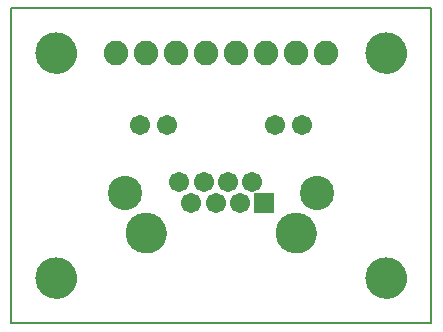
<source format=gts>
G75*
%MOIN*%
%OFA0B0*%
%FSLAX25Y25*%
%IPPOS*%
%LPD*%
%AMOC8*
5,1,8,0,0,1.08239X$1,22.5*
%
%ADD10C,0.00600*%
%ADD11R,0.06737X0.06737*%
%ADD12C,0.06737*%
%ADD13C,0.00000*%
%ADD14C,0.13595*%
%ADD15C,0.11430*%
%ADD16C,0.13800*%
%ADD17C,0.08200*%
D10*
X0001300Y0001300D02*
X0001300Y0106300D01*
X0141300Y0106300D01*
X0141300Y0001300D01*
X0001300Y0001300D01*
D11*
X0085394Y0041300D03*
D12*
X0077363Y0041300D03*
X0069331Y0041300D03*
X0061300Y0041300D03*
X0057284Y0048308D03*
X0065316Y0048308D03*
X0073347Y0048308D03*
X0081379Y0048308D03*
X0089292Y0067284D03*
X0098308Y0067284D03*
X0053308Y0067284D03*
X0044292Y0067284D03*
D13*
X0009800Y0091300D02*
X0009802Y0091461D01*
X0009808Y0091621D01*
X0009818Y0091782D01*
X0009832Y0091942D01*
X0009850Y0092102D01*
X0009871Y0092261D01*
X0009897Y0092420D01*
X0009927Y0092578D01*
X0009960Y0092735D01*
X0009998Y0092892D01*
X0010039Y0093047D01*
X0010084Y0093201D01*
X0010133Y0093354D01*
X0010186Y0093506D01*
X0010242Y0093657D01*
X0010303Y0093806D01*
X0010366Y0093954D01*
X0010434Y0094100D01*
X0010505Y0094244D01*
X0010579Y0094386D01*
X0010657Y0094527D01*
X0010739Y0094665D01*
X0010824Y0094802D01*
X0010912Y0094936D01*
X0011004Y0095068D01*
X0011099Y0095198D01*
X0011197Y0095326D01*
X0011298Y0095451D01*
X0011402Y0095573D01*
X0011509Y0095693D01*
X0011619Y0095810D01*
X0011732Y0095925D01*
X0011848Y0096036D01*
X0011967Y0096145D01*
X0012088Y0096250D01*
X0012212Y0096353D01*
X0012338Y0096453D01*
X0012466Y0096549D01*
X0012597Y0096642D01*
X0012731Y0096732D01*
X0012866Y0096819D01*
X0013004Y0096902D01*
X0013143Y0096982D01*
X0013285Y0097058D01*
X0013428Y0097131D01*
X0013573Y0097200D01*
X0013720Y0097266D01*
X0013868Y0097328D01*
X0014018Y0097386D01*
X0014169Y0097441D01*
X0014322Y0097492D01*
X0014476Y0097539D01*
X0014631Y0097582D01*
X0014787Y0097621D01*
X0014943Y0097657D01*
X0015101Y0097688D01*
X0015259Y0097716D01*
X0015418Y0097740D01*
X0015578Y0097760D01*
X0015738Y0097776D01*
X0015898Y0097788D01*
X0016059Y0097796D01*
X0016220Y0097800D01*
X0016380Y0097800D01*
X0016541Y0097796D01*
X0016702Y0097788D01*
X0016862Y0097776D01*
X0017022Y0097760D01*
X0017182Y0097740D01*
X0017341Y0097716D01*
X0017499Y0097688D01*
X0017657Y0097657D01*
X0017813Y0097621D01*
X0017969Y0097582D01*
X0018124Y0097539D01*
X0018278Y0097492D01*
X0018431Y0097441D01*
X0018582Y0097386D01*
X0018732Y0097328D01*
X0018880Y0097266D01*
X0019027Y0097200D01*
X0019172Y0097131D01*
X0019315Y0097058D01*
X0019457Y0096982D01*
X0019596Y0096902D01*
X0019734Y0096819D01*
X0019869Y0096732D01*
X0020003Y0096642D01*
X0020134Y0096549D01*
X0020262Y0096453D01*
X0020388Y0096353D01*
X0020512Y0096250D01*
X0020633Y0096145D01*
X0020752Y0096036D01*
X0020868Y0095925D01*
X0020981Y0095810D01*
X0021091Y0095693D01*
X0021198Y0095573D01*
X0021302Y0095451D01*
X0021403Y0095326D01*
X0021501Y0095198D01*
X0021596Y0095068D01*
X0021688Y0094936D01*
X0021776Y0094802D01*
X0021861Y0094665D01*
X0021943Y0094527D01*
X0022021Y0094386D01*
X0022095Y0094244D01*
X0022166Y0094100D01*
X0022234Y0093954D01*
X0022297Y0093806D01*
X0022358Y0093657D01*
X0022414Y0093506D01*
X0022467Y0093354D01*
X0022516Y0093201D01*
X0022561Y0093047D01*
X0022602Y0092892D01*
X0022640Y0092735D01*
X0022673Y0092578D01*
X0022703Y0092420D01*
X0022729Y0092261D01*
X0022750Y0092102D01*
X0022768Y0091942D01*
X0022782Y0091782D01*
X0022792Y0091621D01*
X0022798Y0091461D01*
X0022800Y0091300D01*
X0022798Y0091139D01*
X0022792Y0090979D01*
X0022782Y0090818D01*
X0022768Y0090658D01*
X0022750Y0090498D01*
X0022729Y0090339D01*
X0022703Y0090180D01*
X0022673Y0090022D01*
X0022640Y0089865D01*
X0022602Y0089708D01*
X0022561Y0089553D01*
X0022516Y0089399D01*
X0022467Y0089246D01*
X0022414Y0089094D01*
X0022358Y0088943D01*
X0022297Y0088794D01*
X0022234Y0088646D01*
X0022166Y0088500D01*
X0022095Y0088356D01*
X0022021Y0088214D01*
X0021943Y0088073D01*
X0021861Y0087935D01*
X0021776Y0087798D01*
X0021688Y0087664D01*
X0021596Y0087532D01*
X0021501Y0087402D01*
X0021403Y0087274D01*
X0021302Y0087149D01*
X0021198Y0087027D01*
X0021091Y0086907D01*
X0020981Y0086790D01*
X0020868Y0086675D01*
X0020752Y0086564D01*
X0020633Y0086455D01*
X0020512Y0086350D01*
X0020388Y0086247D01*
X0020262Y0086147D01*
X0020134Y0086051D01*
X0020003Y0085958D01*
X0019869Y0085868D01*
X0019734Y0085781D01*
X0019596Y0085698D01*
X0019457Y0085618D01*
X0019315Y0085542D01*
X0019172Y0085469D01*
X0019027Y0085400D01*
X0018880Y0085334D01*
X0018732Y0085272D01*
X0018582Y0085214D01*
X0018431Y0085159D01*
X0018278Y0085108D01*
X0018124Y0085061D01*
X0017969Y0085018D01*
X0017813Y0084979D01*
X0017657Y0084943D01*
X0017499Y0084912D01*
X0017341Y0084884D01*
X0017182Y0084860D01*
X0017022Y0084840D01*
X0016862Y0084824D01*
X0016702Y0084812D01*
X0016541Y0084804D01*
X0016380Y0084800D01*
X0016220Y0084800D01*
X0016059Y0084804D01*
X0015898Y0084812D01*
X0015738Y0084824D01*
X0015578Y0084840D01*
X0015418Y0084860D01*
X0015259Y0084884D01*
X0015101Y0084912D01*
X0014943Y0084943D01*
X0014787Y0084979D01*
X0014631Y0085018D01*
X0014476Y0085061D01*
X0014322Y0085108D01*
X0014169Y0085159D01*
X0014018Y0085214D01*
X0013868Y0085272D01*
X0013720Y0085334D01*
X0013573Y0085400D01*
X0013428Y0085469D01*
X0013285Y0085542D01*
X0013143Y0085618D01*
X0013004Y0085698D01*
X0012866Y0085781D01*
X0012731Y0085868D01*
X0012597Y0085958D01*
X0012466Y0086051D01*
X0012338Y0086147D01*
X0012212Y0086247D01*
X0012088Y0086350D01*
X0011967Y0086455D01*
X0011848Y0086564D01*
X0011732Y0086675D01*
X0011619Y0086790D01*
X0011509Y0086907D01*
X0011402Y0087027D01*
X0011298Y0087149D01*
X0011197Y0087274D01*
X0011099Y0087402D01*
X0011004Y0087532D01*
X0010912Y0087664D01*
X0010824Y0087798D01*
X0010739Y0087935D01*
X0010657Y0088073D01*
X0010579Y0088214D01*
X0010505Y0088356D01*
X0010434Y0088500D01*
X0010366Y0088646D01*
X0010303Y0088794D01*
X0010242Y0088943D01*
X0010186Y0089094D01*
X0010133Y0089246D01*
X0010084Y0089399D01*
X0010039Y0089553D01*
X0009998Y0089708D01*
X0009960Y0089865D01*
X0009927Y0090022D01*
X0009897Y0090180D01*
X0009871Y0090339D01*
X0009850Y0090498D01*
X0009832Y0090658D01*
X0009818Y0090818D01*
X0009808Y0090979D01*
X0009802Y0091139D01*
X0009800Y0091300D01*
X0039902Y0031300D02*
X0039904Y0031460D01*
X0039910Y0031619D01*
X0039920Y0031778D01*
X0039934Y0031937D01*
X0039952Y0032096D01*
X0039973Y0032254D01*
X0039999Y0032411D01*
X0040029Y0032568D01*
X0040062Y0032724D01*
X0040100Y0032879D01*
X0040141Y0033033D01*
X0040186Y0033186D01*
X0040235Y0033338D01*
X0040288Y0033488D01*
X0040344Y0033637D01*
X0040404Y0033785D01*
X0040468Y0033931D01*
X0040536Y0034076D01*
X0040607Y0034219D01*
X0040681Y0034360D01*
X0040759Y0034499D01*
X0040841Y0034636D01*
X0040926Y0034771D01*
X0041014Y0034904D01*
X0041105Y0035035D01*
X0041200Y0035163D01*
X0041298Y0035289D01*
X0041399Y0035413D01*
X0041503Y0035533D01*
X0041610Y0035652D01*
X0041720Y0035767D01*
X0041833Y0035880D01*
X0041948Y0035990D01*
X0042067Y0036097D01*
X0042187Y0036201D01*
X0042311Y0036302D01*
X0042437Y0036400D01*
X0042565Y0036495D01*
X0042696Y0036586D01*
X0042829Y0036674D01*
X0042964Y0036759D01*
X0043101Y0036841D01*
X0043240Y0036919D01*
X0043381Y0036993D01*
X0043524Y0037064D01*
X0043669Y0037132D01*
X0043815Y0037196D01*
X0043963Y0037256D01*
X0044112Y0037312D01*
X0044262Y0037365D01*
X0044414Y0037414D01*
X0044567Y0037459D01*
X0044721Y0037500D01*
X0044876Y0037538D01*
X0045032Y0037571D01*
X0045189Y0037601D01*
X0045346Y0037627D01*
X0045504Y0037648D01*
X0045663Y0037666D01*
X0045822Y0037680D01*
X0045981Y0037690D01*
X0046140Y0037696D01*
X0046300Y0037698D01*
X0046460Y0037696D01*
X0046619Y0037690D01*
X0046778Y0037680D01*
X0046937Y0037666D01*
X0047096Y0037648D01*
X0047254Y0037627D01*
X0047411Y0037601D01*
X0047568Y0037571D01*
X0047724Y0037538D01*
X0047879Y0037500D01*
X0048033Y0037459D01*
X0048186Y0037414D01*
X0048338Y0037365D01*
X0048488Y0037312D01*
X0048637Y0037256D01*
X0048785Y0037196D01*
X0048931Y0037132D01*
X0049076Y0037064D01*
X0049219Y0036993D01*
X0049360Y0036919D01*
X0049499Y0036841D01*
X0049636Y0036759D01*
X0049771Y0036674D01*
X0049904Y0036586D01*
X0050035Y0036495D01*
X0050163Y0036400D01*
X0050289Y0036302D01*
X0050413Y0036201D01*
X0050533Y0036097D01*
X0050652Y0035990D01*
X0050767Y0035880D01*
X0050880Y0035767D01*
X0050990Y0035652D01*
X0051097Y0035533D01*
X0051201Y0035413D01*
X0051302Y0035289D01*
X0051400Y0035163D01*
X0051495Y0035035D01*
X0051586Y0034904D01*
X0051674Y0034771D01*
X0051759Y0034636D01*
X0051841Y0034499D01*
X0051919Y0034360D01*
X0051993Y0034219D01*
X0052064Y0034076D01*
X0052132Y0033931D01*
X0052196Y0033785D01*
X0052256Y0033637D01*
X0052312Y0033488D01*
X0052365Y0033338D01*
X0052414Y0033186D01*
X0052459Y0033033D01*
X0052500Y0032879D01*
X0052538Y0032724D01*
X0052571Y0032568D01*
X0052601Y0032411D01*
X0052627Y0032254D01*
X0052648Y0032096D01*
X0052666Y0031937D01*
X0052680Y0031778D01*
X0052690Y0031619D01*
X0052696Y0031460D01*
X0052698Y0031300D01*
X0052696Y0031140D01*
X0052690Y0030981D01*
X0052680Y0030822D01*
X0052666Y0030663D01*
X0052648Y0030504D01*
X0052627Y0030346D01*
X0052601Y0030189D01*
X0052571Y0030032D01*
X0052538Y0029876D01*
X0052500Y0029721D01*
X0052459Y0029567D01*
X0052414Y0029414D01*
X0052365Y0029262D01*
X0052312Y0029112D01*
X0052256Y0028963D01*
X0052196Y0028815D01*
X0052132Y0028669D01*
X0052064Y0028524D01*
X0051993Y0028381D01*
X0051919Y0028240D01*
X0051841Y0028101D01*
X0051759Y0027964D01*
X0051674Y0027829D01*
X0051586Y0027696D01*
X0051495Y0027565D01*
X0051400Y0027437D01*
X0051302Y0027311D01*
X0051201Y0027187D01*
X0051097Y0027067D01*
X0050990Y0026948D01*
X0050880Y0026833D01*
X0050767Y0026720D01*
X0050652Y0026610D01*
X0050533Y0026503D01*
X0050413Y0026399D01*
X0050289Y0026298D01*
X0050163Y0026200D01*
X0050035Y0026105D01*
X0049904Y0026014D01*
X0049771Y0025926D01*
X0049636Y0025841D01*
X0049499Y0025759D01*
X0049360Y0025681D01*
X0049219Y0025607D01*
X0049076Y0025536D01*
X0048931Y0025468D01*
X0048785Y0025404D01*
X0048637Y0025344D01*
X0048488Y0025288D01*
X0048338Y0025235D01*
X0048186Y0025186D01*
X0048033Y0025141D01*
X0047879Y0025100D01*
X0047724Y0025062D01*
X0047568Y0025029D01*
X0047411Y0024999D01*
X0047254Y0024973D01*
X0047096Y0024952D01*
X0046937Y0024934D01*
X0046778Y0024920D01*
X0046619Y0024910D01*
X0046460Y0024904D01*
X0046300Y0024902D01*
X0046140Y0024904D01*
X0045981Y0024910D01*
X0045822Y0024920D01*
X0045663Y0024934D01*
X0045504Y0024952D01*
X0045346Y0024973D01*
X0045189Y0024999D01*
X0045032Y0025029D01*
X0044876Y0025062D01*
X0044721Y0025100D01*
X0044567Y0025141D01*
X0044414Y0025186D01*
X0044262Y0025235D01*
X0044112Y0025288D01*
X0043963Y0025344D01*
X0043815Y0025404D01*
X0043669Y0025468D01*
X0043524Y0025536D01*
X0043381Y0025607D01*
X0043240Y0025681D01*
X0043101Y0025759D01*
X0042964Y0025841D01*
X0042829Y0025926D01*
X0042696Y0026014D01*
X0042565Y0026105D01*
X0042437Y0026200D01*
X0042311Y0026298D01*
X0042187Y0026399D01*
X0042067Y0026503D01*
X0041948Y0026610D01*
X0041833Y0026720D01*
X0041720Y0026833D01*
X0041610Y0026948D01*
X0041503Y0027067D01*
X0041399Y0027187D01*
X0041298Y0027311D01*
X0041200Y0027437D01*
X0041105Y0027565D01*
X0041014Y0027696D01*
X0040926Y0027829D01*
X0040841Y0027964D01*
X0040759Y0028101D01*
X0040681Y0028240D01*
X0040607Y0028381D01*
X0040536Y0028524D01*
X0040468Y0028669D01*
X0040404Y0028815D01*
X0040344Y0028963D01*
X0040288Y0029112D01*
X0040235Y0029262D01*
X0040186Y0029414D01*
X0040141Y0029567D01*
X0040100Y0029721D01*
X0040062Y0029876D01*
X0040029Y0030032D01*
X0039999Y0030189D01*
X0039973Y0030346D01*
X0039952Y0030504D01*
X0039934Y0030663D01*
X0039920Y0030822D01*
X0039910Y0030981D01*
X0039904Y0031140D01*
X0039902Y0031300D01*
X0009800Y0016300D02*
X0009802Y0016461D01*
X0009808Y0016621D01*
X0009818Y0016782D01*
X0009832Y0016942D01*
X0009850Y0017102D01*
X0009871Y0017261D01*
X0009897Y0017420D01*
X0009927Y0017578D01*
X0009960Y0017735D01*
X0009998Y0017892D01*
X0010039Y0018047D01*
X0010084Y0018201D01*
X0010133Y0018354D01*
X0010186Y0018506D01*
X0010242Y0018657D01*
X0010303Y0018806D01*
X0010366Y0018954D01*
X0010434Y0019100D01*
X0010505Y0019244D01*
X0010579Y0019386D01*
X0010657Y0019527D01*
X0010739Y0019665D01*
X0010824Y0019802D01*
X0010912Y0019936D01*
X0011004Y0020068D01*
X0011099Y0020198D01*
X0011197Y0020326D01*
X0011298Y0020451D01*
X0011402Y0020573D01*
X0011509Y0020693D01*
X0011619Y0020810D01*
X0011732Y0020925D01*
X0011848Y0021036D01*
X0011967Y0021145D01*
X0012088Y0021250D01*
X0012212Y0021353D01*
X0012338Y0021453D01*
X0012466Y0021549D01*
X0012597Y0021642D01*
X0012731Y0021732D01*
X0012866Y0021819D01*
X0013004Y0021902D01*
X0013143Y0021982D01*
X0013285Y0022058D01*
X0013428Y0022131D01*
X0013573Y0022200D01*
X0013720Y0022266D01*
X0013868Y0022328D01*
X0014018Y0022386D01*
X0014169Y0022441D01*
X0014322Y0022492D01*
X0014476Y0022539D01*
X0014631Y0022582D01*
X0014787Y0022621D01*
X0014943Y0022657D01*
X0015101Y0022688D01*
X0015259Y0022716D01*
X0015418Y0022740D01*
X0015578Y0022760D01*
X0015738Y0022776D01*
X0015898Y0022788D01*
X0016059Y0022796D01*
X0016220Y0022800D01*
X0016380Y0022800D01*
X0016541Y0022796D01*
X0016702Y0022788D01*
X0016862Y0022776D01*
X0017022Y0022760D01*
X0017182Y0022740D01*
X0017341Y0022716D01*
X0017499Y0022688D01*
X0017657Y0022657D01*
X0017813Y0022621D01*
X0017969Y0022582D01*
X0018124Y0022539D01*
X0018278Y0022492D01*
X0018431Y0022441D01*
X0018582Y0022386D01*
X0018732Y0022328D01*
X0018880Y0022266D01*
X0019027Y0022200D01*
X0019172Y0022131D01*
X0019315Y0022058D01*
X0019457Y0021982D01*
X0019596Y0021902D01*
X0019734Y0021819D01*
X0019869Y0021732D01*
X0020003Y0021642D01*
X0020134Y0021549D01*
X0020262Y0021453D01*
X0020388Y0021353D01*
X0020512Y0021250D01*
X0020633Y0021145D01*
X0020752Y0021036D01*
X0020868Y0020925D01*
X0020981Y0020810D01*
X0021091Y0020693D01*
X0021198Y0020573D01*
X0021302Y0020451D01*
X0021403Y0020326D01*
X0021501Y0020198D01*
X0021596Y0020068D01*
X0021688Y0019936D01*
X0021776Y0019802D01*
X0021861Y0019665D01*
X0021943Y0019527D01*
X0022021Y0019386D01*
X0022095Y0019244D01*
X0022166Y0019100D01*
X0022234Y0018954D01*
X0022297Y0018806D01*
X0022358Y0018657D01*
X0022414Y0018506D01*
X0022467Y0018354D01*
X0022516Y0018201D01*
X0022561Y0018047D01*
X0022602Y0017892D01*
X0022640Y0017735D01*
X0022673Y0017578D01*
X0022703Y0017420D01*
X0022729Y0017261D01*
X0022750Y0017102D01*
X0022768Y0016942D01*
X0022782Y0016782D01*
X0022792Y0016621D01*
X0022798Y0016461D01*
X0022800Y0016300D01*
X0022798Y0016139D01*
X0022792Y0015979D01*
X0022782Y0015818D01*
X0022768Y0015658D01*
X0022750Y0015498D01*
X0022729Y0015339D01*
X0022703Y0015180D01*
X0022673Y0015022D01*
X0022640Y0014865D01*
X0022602Y0014708D01*
X0022561Y0014553D01*
X0022516Y0014399D01*
X0022467Y0014246D01*
X0022414Y0014094D01*
X0022358Y0013943D01*
X0022297Y0013794D01*
X0022234Y0013646D01*
X0022166Y0013500D01*
X0022095Y0013356D01*
X0022021Y0013214D01*
X0021943Y0013073D01*
X0021861Y0012935D01*
X0021776Y0012798D01*
X0021688Y0012664D01*
X0021596Y0012532D01*
X0021501Y0012402D01*
X0021403Y0012274D01*
X0021302Y0012149D01*
X0021198Y0012027D01*
X0021091Y0011907D01*
X0020981Y0011790D01*
X0020868Y0011675D01*
X0020752Y0011564D01*
X0020633Y0011455D01*
X0020512Y0011350D01*
X0020388Y0011247D01*
X0020262Y0011147D01*
X0020134Y0011051D01*
X0020003Y0010958D01*
X0019869Y0010868D01*
X0019734Y0010781D01*
X0019596Y0010698D01*
X0019457Y0010618D01*
X0019315Y0010542D01*
X0019172Y0010469D01*
X0019027Y0010400D01*
X0018880Y0010334D01*
X0018732Y0010272D01*
X0018582Y0010214D01*
X0018431Y0010159D01*
X0018278Y0010108D01*
X0018124Y0010061D01*
X0017969Y0010018D01*
X0017813Y0009979D01*
X0017657Y0009943D01*
X0017499Y0009912D01*
X0017341Y0009884D01*
X0017182Y0009860D01*
X0017022Y0009840D01*
X0016862Y0009824D01*
X0016702Y0009812D01*
X0016541Y0009804D01*
X0016380Y0009800D01*
X0016220Y0009800D01*
X0016059Y0009804D01*
X0015898Y0009812D01*
X0015738Y0009824D01*
X0015578Y0009840D01*
X0015418Y0009860D01*
X0015259Y0009884D01*
X0015101Y0009912D01*
X0014943Y0009943D01*
X0014787Y0009979D01*
X0014631Y0010018D01*
X0014476Y0010061D01*
X0014322Y0010108D01*
X0014169Y0010159D01*
X0014018Y0010214D01*
X0013868Y0010272D01*
X0013720Y0010334D01*
X0013573Y0010400D01*
X0013428Y0010469D01*
X0013285Y0010542D01*
X0013143Y0010618D01*
X0013004Y0010698D01*
X0012866Y0010781D01*
X0012731Y0010868D01*
X0012597Y0010958D01*
X0012466Y0011051D01*
X0012338Y0011147D01*
X0012212Y0011247D01*
X0012088Y0011350D01*
X0011967Y0011455D01*
X0011848Y0011564D01*
X0011732Y0011675D01*
X0011619Y0011790D01*
X0011509Y0011907D01*
X0011402Y0012027D01*
X0011298Y0012149D01*
X0011197Y0012274D01*
X0011099Y0012402D01*
X0011004Y0012532D01*
X0010912Y0012664D01*
X0010824Y0012798D01*
X0010739Y0012935D01*
X0010657Y0013073D01*
X0010579Y0013214D01*
X0010505Y0013356D01*
X0010434Y0013500D01*
X0010366Y0013646D01*
X0010303Y0013794D01*
X0010242Y0013943D01*
X0010186Y0014094D01*
X0010133Y0014246D01*
X0010084Y0014399D01*
X0010039Y0014553D01*
X0009998Y0014708D01*
X0009960Y0014865D01*
X0009927Y0015022D01*
X0009897Y0015180D01*
X0009871Y0015339D01*
X0009850Y0015498D01*
X0009832Y0015658D01*
X0009818Y0015818D01*
X0009808Y0015979D01*
X0009802Y0016139D01*
X0009800Y0016300D01*
X0089902Y0031300D02*
X0089904Y0031460D01*
X0089910Y0031619D01*
X0089920Y0031778D01*
X0089934Y0031937D01*
X0089952Y0032096D01*
X0089973Y0032254D01*
X0089999Y0032411D01*
X0090029Y0032568D01*
X0090062Y0032724D01*
X0090100Y0032879D01*
X0090141Y0033033D01*
X0090186Y0033186D01*
X0090235Y0033338D01*
X0090288Y0033488D01*
X0090344Y0033637D01*
X0090404Y0033785D01*
X0090468Y0033931D01*
X0090536Y0034076D01*
X0090607Y0034219D01*
X0090681Y0034360D01*
X0090759Y0034499D01*
X0090841Y0034636D01*
X0090926Y0034771D01*
X0091014Y0034904D01*
X0091105Y0035035D01*
X0091200Y0035163D01*
X0091298Y0035289D01*
X0091399Y0035413D01*
X0091503Y0035533D01*
X0091610Y0035652D01*
X0091720Y0035767D01*
X0091833Y0035880D01*
X0091948Y0035990D01*
X0092067Y0036097D01*
X0092187Y0036201D01*
X0092311Y0036302D01*
X0092437Y0036400D01*
X0092565Y0036495D01*
X0092696Y0036586D01*
X0092829Y0036674D01*
X0092964Y0036759D01*
X0093101Y0036841D01*
X0093240Y0036919D01*
X0093381Y0036993D01*
X0093524Y0037064D01*
X0093669Y0037132D01*
X0093815Y0037196D01*
X0093963Y0037256D01*
X0094112Y0037312D01*
X0094262Y0037365D01*
X0094414Y0037414D01*
X0094567Y0037459D01*
X0094721Y0037500D01*
X0094876Y0037538D01*
X0095032Y0037571D01*
X0095189Y0037601D01*
X0095346Y0037627D01*
X0095504Y0037648D01*
X0095663Y0037666D01*
X0095822Y0037680D01*
X0095981Y0037690D01*
X0096140Y0037696D01*
X0096300Y0037698D01*
X0096460Y0037696D01*
X0096619Y0037690D01*
X0096778Y0037680D01*
X0096937Y0037666D01*
X0097096Y0037648D01*
X0097254Y0037627D01*
X0097411Y0037601D01*
X0097568Y0037571D01*
X0097724Y0037538D01*
X0097879Y0037500D01*
X0098033Y0037459D01*
X0098186Y0037414D01*
X0098338Y0037365D01*
X0098488Y0037312D01*
X0098637Y0037256D01*
X0098785Y0037196D01*
X0098931Y0037132D01*
X0099076Y0037064D01*
X0099219Y0036993D01*
X0099360Y0036919D01*
X0099499Y0036841D01*
X0099636Y0036759D01*
X0099771Y0036674D01*
X0099904Y0036586D01*
X0100035Y0036495D01*
X0100163Y0036400D01*
X0100289Y0036302D01*
X0100413Y0036201D01*
X0100533Y0036097D01*
X0100652Y0035990D01*
X0100767Y0035880D01*
X0100880Y0035767D01*
X0100990Y0035652D01*
X0101097Y0035533D01*
X0101201Y0035413D01*
X0101302Y0035289D01*
X0101400Y0035163D01*
X0101495Y0035035D01*
X0101586Y0034904D01*
X0101674Y0034771D01*
X0101759Y0034636D01*
X0101841Y0034499D01*
X0101919Y0034360D01*
X0101993Y0034219D01*
X0102064Y0034076D01*
X0102132Y0033931D01*
X0102196Y0033785D01*
X0102256Y0033637D01*
X0102312Y0033488D01*
X0102365Y0033338D01*
X0102414Y0033186D01*
X0102459Y0033033D01*
X0102500Y0032879D01*
X0102538Y0032724D01*
X0102571Y0032568D01*
X0102601Y0032411D01*
X0102627Y0032254D01*
X0102648Y0032096D01*
X0102666Y0031937D01*
X0102680Y0031778D01*
X0102690Y0031619D01*
X0102696Y0031460D01*
X0102698Y0031300D01*
X0102696Y0031140D01*
X0102690Y0030981D01*
X0102680Y0030822D01*
X0102666Y0030663D01*
X0102648Y0030504D01*
X0102627Y0030346D01*
X0102601Y0030189D01*
X0102571Y0030032D01*
X0102538Y0029876D01*
X0102500Y0029721D01*
X0102459Y0029567D01*
X0102414Y0029414D01*
X0102365Y0029262D01*
X0102312Y0029112D01*
X0102256Y0028963D01*
X0102196Y0028815D01*
X0102132Y0028669D01*
X0102064Y0028524D01*
X0101993Y0028381D01*
X0101919Y0028240D01*
X0101841Y0028101D01*
X0101759Y0027964D01*
X0101674Y0027829D01*
X0101586Y0027696D01*
X0101495Y0027565D01*
X0101400Y0027437D01*
X0101302Y0027311D01*
X0101201Y0027187D01*
X0101097Y0027067D01*
X0100990Y0026948D01*
X0100880Y0026833D01*
X0100767Y0026720D01*
X0100652Y0026610D01*
X0100533Y0026503D01*
X0100413Y0026399D01*
X0100289Y0026298D01*
X0100163Y0026200D01*
X0100035Y0026105D01*
X0099904Y0026014D01*
X0099771Y0025926D01*
X0099636Y0025841D01*
X0099499Y0025759D01*
X0099360Y0025681D01*
X0099219Y0025607D01*
X0099076Y0025536D01*
X0098931Y0025468D01*
X0098785Y0025404D01*
X0098637Y0025344D01*
X0098488Y0025288D01*
X0098338Y0025235D01*
X0098186Y0025186D01*
X0098033Y0025141D01*
X0097879Y0025100D01*
X0097724Y0025062D01*
X0097568Y0025029D01*
X0097411Y0024999D01*
X0097254Y0024973D01*
X0097096Y0024952D01*
X0096937Y0024934D01*
X0096778Y0024920D01*
X0096619Y0024910D01*
X0096460Y0024904D01*
X0096300Y0024902D01*
X0096140Y0024904D01*
X0095981Y0024910D01*
X0095822Y0024920D01*
X0095663Y0024934D01*
X0095504Y0024952D01*
X0095346Y0024973D01*
X0095189Y0024999D01*
X0095032Y0025029D01*
X0094876Y0025062D01*
X0094721Y0025100D01*
X0094567Y0025141D01*
X0094414Y0025186D01*
X0094262Y0025235D01*
X0094112Y0025288D01*
X0093963Y0025344D01*
X0093815Y0025404D01*
X0093669Y0025468D01*
X0093524Y0025536D01*
X0093381Y0025607D01*
X0093240Y0025681D01*
X0093101Y0025759D01*
X0092964Y0025841D01*
X0092829Y0025926D01*
X0092696Y0026014D01*
X0092565Y0026105D01*
X0092437Y0026200D01*
X0092311Y0026298D01*
X0092187Y0026399D01*
X0092067Y0026503D01*
X0091948Y0026610D01*
X0091833Y0026720D01*
X0091720Y0026833D01*
X0091610Y0026948D01*
X0091503Y0027067D01*
X0091399Y0027187D01*
X0091298Y0027311D01*
X0091200Y0027437D01*
X0091105Y0027565D01*
X0091014Y0027696D01*
X0090926Y0027829D01*
X0090841Y0027964D01*
X0090759Y0028101D01*
X0090681Y0028240D01*
X0090607Y0028381D01*
X0090536Y0028524D01*
X0090468Y0028669D01*
X0090404Y0028815D01*
X0090344Y0028963D01*
X0090288Y0029112D01*
X0090235Y0029262D01*
X0090186Y0029414D01*
X0090141Y0029567D01*
X0090100Y0029721D01*
X0090062Y0029876D01*
X0090029Y0030032D01*
X0089999Y0030189D01*
X0089973Y0030346D01*
X0089952Y0030504D01*
X0089934Y0030663D01*
X0089920Y0030822D01*
X0089910Y0030981D01*
X0089904Y0031140D01*
X0089902Y0031300D01*
X0119800Y0016300D02*
X0119802Y0016461D01*
X0119808Y0016621D01*
X0119818Y0016782D01*
X0119832Y0016942D01*
X0119850Y0017102D01*
X0119871Y0017261D01*
X0119897Y0017420D01*
X0119927Y0017578D01*
X0119960Y0017735D01*
X0119998Y0017892D01*
X0120039Y0018047D01*
X0120084Y0018201D01*
X0120133Y0018354D01*
X0120186Y0018506D01*
X0120242Y0018657D01*
X0120303Y0018806D01*
X0120366Y0018954D01*
X0120434Y0019100D01*
X0120505Y0019244D01*
X0120579Y0019386D01*
X0120657Y0019527D01*
X0120739Y0019665D01*
X0120824Y0019802D01*
X0120912Y0019936D01*
X0121004Y0020068D01*
X0121099Y0020198D01*
X0121197Y0020326D01*
X0121298Y0020451D01*
X0121402Y0020573D01*
X0121509Y0020693D01*
X0121619Y0020810D01*
X0121732Y0020925D01*
X0121848Y0021036D01*
X0121967Y0021145D01*
X0122088Y0021250D01*
X0122212Y0021353D01*
X0122338Y0021453D01*
X0122466Y0021549D01*
X0122597Y0021642D01*
X0122731Y0021732D01*
X0122866Y0021819D01*
X0123004Y0021902D01*
X0123143Y0021982D01*
X0123285Y0022058D01*
X0123428Y0022131D01*
X0123573Y0022200D01*
X0123720Y0022266D01*
X0123868Y0022328D01*
X0124018Y0022386D01*
X0124169Y0022441D01*
X0124322Y0022492D01*
X0124476Y0022539D01*
X0124631Y0022582D01*
X0124787Y0022621D01*
X0124943Y0022657D01*
X0125101Y0022688D01*
X0125259Y0022716D01*
X0125418Y0022740D01*
X0125578Y0022760D01*
X0125738Y0022776D01*
X0125898Y0022788D01*
X0126059Y0022796D01*
X0126220Y0022800D01*
X0126380Y0022800D01*
X0126541Y0022796D01*
X0126702Y0022788D01*
X0126862Y0022776D01*
X0127022Y0022760D01*
X0127182Y0022740D01*
X0127341Y0022716D01*
X0127499Y0022688D01*
X0127657Y0022657D01*
X0127813Y0022621D01*
X0127969Y0022582D01*
X0128124Y0022539D01*
X0128278Y0022492D01*
X0128431Y0022441D01*
X0128582Y0022386D01*
X0128732Y0022328D01*
X0128880Y0022266D01*
X0129027Y0022200D01*
X0129172Y0022131D01*
X0129315Y0022058D01*
X0129457Y0021982D01*
X0129596Y0021902D01*
X0129734Y0021819D01*
X0129869Y0021732D01*
X0130003Y0021642D01*
X0130134Y0021549D01*
X0130262Y0021453D01*
X0130388Y0021353D01*
X0130512Y0021250D01*
X0130633Y0021145D01*
X0130752Y0021036D01*
X0130868Y0020925D01*
X0130981Y0020810D01*
X0131091Y0020693D01*
X0131198Y0020573D01*
X0131302Y0020451D01*
X0131403Y0020326D01*
X0131501Y0020198D01*
X0131596Y0020068D01*
X0131688Y0019936D01*
X0131776Y0019802D01*
X0131861Y0019665D01*
X0131943Y0019527D01*
X0132021Y0019386D01*
X0132095Y0019244D01*
X0132166Y0019100D01*
X0132234Y0018954D01*
X0132297Y0018806D01*
X0132358Y0018657D01*
X0132414Y0018506D01*
X0132467Y0018354D01*
X0132516Y0018201D01*
X0132561Y0018047D01*
X0132602Y0017892D01*
X0132640Y0017735D01*
X0132673Y0017578D01*
X0132703Y0017420D01*
X0132729Y0017261D01*
X0132750Y0017102D01*
X0132768Y0016942D01*
X0132782Y0016782D01*
X0132792Y0016621D01*
X0132798Y0016461D01*
X0132800Y0016300D01*
X0132798Y0016139D01*
X0132792Y0015979D01*
X0132782Y0015818D01*
X0132768Y0015658D01*
X0132750Y0015498D01*
X0132729Y0015339D01*
X0132703Y0015180D01*
X0132673Y0015022D01*
X0132640Y0014865D01*
X0132602Y0014708D01*
X0132561Y0014553D01*
X0132516Y0014399D01*
X0132467Y0014246D01*
X0132414Y0014094D01*
X0132358Y0013943D01*
X0132297Y0013794D01*
X0132234Y0013646D01*
X0132166Y0013500D01*
X0132095Y0013356D01*
X0132021Y0013214D01*
X0131943Y0013073D01*
X0131861Y0012935D01*
X0131776Y0012798D01*
X0131688Y0012664D01*
X0131596Y0012532D01*
X0131501Y0012402D01*
X0131403Y0012274D01*
X0131302Y0012149D01*
X0131198Y0012027D01*
X0131091Y0011907D01*
X0130981Y0011790D01*
X0130868Y0011675D01*
X0130752Y0011564D01*
X0130633Y0011455D01*
X0130512Y0011350D01*
X0130388Y0011247D01*
X0130262Y0011147D01*
X0130134Y0011051D01*
X0130003Y0010958D01*
X0129869Y0010868D01*
X0129734Y0010781D01*
X0129596Y0010698D01*
X0129457Y0010618D01*
X0129315Y0010542D01*
X0129172Y0010469D01*
X0129027Y0010400D01*
X0128880Y0010334D01*
X0128732Y0010272D01*
X0128582Y0010214D01*
X0128431Y0010159D01*
X0128278Y0010108D01*
X0128124Y0010061D01*
X0127969Y0010018D01*
X0127813Y0009979D01*
X0127657Y0009943D01*
X0127499Y0009912D01*
X0127341Y0009884D01*
X0127182Y0009860D01*
X0127022Y0009840D01*
X0126862Y0009824D01*
X0126702Y0009812D01*
X0126541Y0009804D01*
X0126380Y0009800D01*
X0126220Y0009800D01*
X0126059Y0009804D01*
X0125898Y0009812D01*
X0125738Y0009824D01*
X0125578Y0009840D01*
X0125418Y0009860D01*
X0125259Y0009884D01*
X0125101Y0009912D01*
X0124943Y0009943D01*
X0124787Y0009979D01*
X0124631Y0010018D01*
X0124476Y0010061D01*
X0124322Y0010108D01*
X0124169Y0010159D01*
X0124018Y0010214D01*
X0123868Y0010272D01*
X0123720Y0010334D01*
X0123573Y0010400D01*
X0123428Y0010469D01*
X0123285Y0010542D01*
X0123143Y0010618D01*
X0123004Y0010698D01*
X0122866Y0010781D01*
X0122731Y0010868D01*
X0122597Y0010958D01*
X0122466Y0011051D01*
X0122338Y0011147D01*
X0122212Y0011247D01*
X0122088Y0011350D01*
X0121967Y0011455D01*
X0121848Y0011564D01*
X0121732Y0011675D01*
X0121619Y0011790D01*
X0121509Y0011907D01*
X0121402Y0012027D01*
X0121298Y0012149D01*
X0121197Y0012274D01*
X0121099Y0012402D01*
X0121004Y0012532D01*
X0120912Y0012664D01*
X0120824Y0012798D01*
X0120739Y0012935D01*
X0120657Y0013073D01*
X0120579Y0013214D01*
X0120505Y0013356D01*
X0120434Y0013500D01*
X0120366Y0013646D01*
X0120303Y0013794D01*
X0120242Y0013943D01*
X0120186Y0014094D01*
X0120133Y0014246D01*
X0120084Y0014399D01*
X0120039Y0014553D01*
X0119998Y0014708D01*
X0119960Y0014865D01*
X0119927Y0015022D01*
X0119897Y0015180D01*
X0119871Y0015339D01*
X0119850Y0015498D01*
X0119832Y0015658D01*
X0119818Y0015818D01*
X0119808Y0015979D01*
X0119802Y0016139D01*
X0119800Y0016300D01*
X0119800Y0091300D02*
X0119802Y0091461D01*
X0119808Y0091621D01*
X0119818Y0091782D01*
X0119832Y0091942D01*
X0119850Y0092102D01*
X0119871Y0092261D01*
X0119897Y0092420D01*
X0119927Y0092578D01*
X0119960Y0092735D01*
X0119998Y0092892D01*
X0120039Y0093047D01*
X0120084Y0093201D01*
X0120133Y0093354D01*
X0120186Y0093506D01*
X0120242Y0093657D01*
X0120303Y0093806D01*
X0120366Y0093954D01*
X0120434Y0094100D01*
X0120505Y0094244D01*
X0120579Y0094386D01*
X0120657Y0094527D01*
X0120739Y0094665D01*
X0120824Y0094802D01*
X0120912Y0094936D01*
X0121004Y0095068D01*
X0121099Y0095198D01*
X0121197Y0095326D01*
X0121298Y0095451D01*
X0121402Y0095573D01*
X0121509Y0095693D01*
X0121619Y0095810D01*
X0121732Y0095925D01*
X0121848Y0096036D01*
X0121967Y0096145D01*
X0122088Y0096250D01*
X0122212Y0096353D01*
X0122338Y0096453D01*
X0122466Y0096549D01*
X0122597Y0096642D01*
X0122731Y0096732D01*
X0122866Y0096819D01*
X0123004Y0096902D01*
X0123143Y0096982D01*
X0123285Y0097058D01*
X0123428Y0097131D01*
X0123573Y0097200D01*
X0123720Y0097266D01*
X0123868Y0097328D01*
X0124018Y0097386D01*
X0124169Y0097441D01*
X0124322Y0097492D01*
X0124476Y0097539D01*
X0124631Y0097582D01*
X0124787Y0097621D01*
X0124943Y0097657D01*
X0125101Y0097688D01*
X0125259Y0097716D01*
X0125418Y0097740D01*
X0125578Y0097760D01*
X0125738Y0097776D01*
X0125898Y0097788D01*
X0126059Y0097796D01*
X0126220Y0097800D01*
X0126380Y0097800D01*
X0126541Y0097796D01*
X0126702Y0097788D01*
X0126862Y0097776D01*
X0127022Y0097760D01*
X0127182Y0097740D01*
X0127341Y0097716D01*
X0127499Y0097688D01*
X0127657Y0097657D01*
X0127813Y0097621D01*
X0127969Y0097582D01*
X0128124Y0097539D01*
X0128278Y0097492D01*
X0128431Y0097441D01*
X0128582Y0097386D01*
X0128732Y0097328D01*
X0128880Y0097266D01*
X0129027Y0097200D01*
X0129172Y0097131D01*
X0129315Y0097058D01*
X0129457Y0096982D01*
X0129596Y0096902D01*
X0129734Y0096819D01*
X0129869Y0096732D01*
X0130003Y0096642D01*
X0130134Y0096549D01*
X0130262Y0096453D01*
X0130388Y0096353D01*
X0130512Y0096250D01*
X0130633Y0096145D01*
X0130752Y0096036D01*
X0130868Y0095925D01*
X0130981Y0095810D01*
X0131091Y0095693D01*
X0131198Y0095573D01*
X0131302Y0095451D01*
X0131403Y0095326D01*
X0131501Y0095198D01*
X0131596Y0095068D01*
X0131688Y0094936D01*
X0131776Y0094802D01*
X0131861Y0094665D01*
X0131943Y0094527D01*
X0132021Y0094386D01*
X0132095Y0094244D01*
X0132166Y0094100D01*
X0132234Y0093954D01*
X0132297Y0093806D01*
X0132358Y0093657D01*
X0132414Y0093506D01*
X0132467Y0093354D01*
X0132516Y0093201D01*
X0132561Y0093047D01*
X0132602Y0092892D01*
X0132640Y0092735D01*
X0132673Y0092578D01*
X0132703Y0092420D01*
X0132729Y0092261D01*
X0132750Y0092102D01*
X0132768Y0091942D01*
X0132782Y0091782D01*
X0132792Y0091621D01*
X0132798Y0091461D01*
X0132800Y0091300D01*
X0132798Y0091139D01*
X0132792Y0090979D01*
X0132782Y0090818D01*
X0132768Y0090658D01*
X0132750Y0090498D01*
X0132729Y0090339D01*
X0132703Y0090180D01*
X0132673Y0090022D01*
X0132640Y0089865D01*
X0132602Y0089708D01*
X0132561Y0089553D01*
X0132516Y0089399D01*
X0132467Y0089246D01*
X0132414Y0089094D01*
X0132358Y0088943D01*
X0132297Y0088794D01*
X0132234Y0088646D01*
X0132166Y0088500D01*
X0132095Y0088356D01*
X0132021Y0088214D01*
X0131943Y0088073D01*
X0131861Y0087935D01*
X0131776Y0087798D01*
X0131688Y0087664D01*
X0131596Y0087532D01*
X0131501Y0087402D01*
X0131403Y0087274D01*
X0131302Y0087149D01*
X0131198Y0087027D01*
X0131091Y0086907D01*
X0130981Y0086790D01*
X0130868Y0086675D01*
X0130752Y0086564D01*
X0130633Y0086455D01*
X0130512Y0086350D01*
X0130388Y0086247D01*
X0130262Y0086147D01*
X0130134Y0086051D01*
X0130003Y0085958D01*
X0129869Y0085868D01*
X0129734Y0085781D01*
X0129596Y0085698D01*
X0129457Y0085618D01*
X0129315Y0085542D01*
X0129172Y0085469D01*
X0129027Y0085400D01*
X0128880Y0085334D01*
X0128732Y0085272D01*
X0128582Y0085214D01*
X0128431Y0085159D01*
X0128278Y0085108D01*
X0128124Y0085061D01*
X0127969Y0085018D01*
X0127813Y0084979D01*
X0127657Y0084943D01*
X0127499Y0084912D01*
X0127341Y0084884D01*
X0127182Y0084860D01*
X0127022Y0084840D01*
X0126862Y0084824D01*
X0126702Y0084812D01*
X0126541Y0084804D01*
X0126380Y0084800D01*
X0126220Y0084800D01*
X0126059Y0084804D01*
X0125898Y0084812D01*
X0125738Y0084824D01*
X0125578Y0084840D01*
X0125418Y0084860D01*
X0125259Y0084884D01*
X0125101Y0084912D01*
X0124943Y0084943D01*
X0124787Y0084979D01*
X0124631Y0085018D01*
X0124476Y0085061D01*
X0124322Y0085108D01*
X0124169Y0085159D01*
X0124018Y0085214D01*
X0123868Y0085272D01*
X0123720Y0085334D01*
X0123573Y0085400D01*
X0123428Y0085469D01*
X0123285Y0085542D01*
X0123143Y0085618D01*
X0123004Y0085698D01*
X0122866Y0085781D01*
X0122731Y0085868D01*
X0122597Y0085958D01*
X0122466Y0086051D01*
X0122338Y0086147D01*
X0122212Y0086247D01*
X0122088Y0086350D01*
X0121967Y0086455D01*
X0121848Y0086564D01*
X0121732Y0086675D01*
X0121619Y0086790D01*
X0121509Y0086907D01*
X0121402Y0087027D01*
X0121298Y0087149D01*
X0121197Y0087274D01*
X0121099Y0087402D01*
X0121004Y0087532D01*
X0120912Y0087664D01*
X0120824Y0087798D01*
X0120739Y0087935D01*
X0120657Y0088073D01*
X0120579Y0088214D01*
X0120505Y0088356D01*
X0120434Y0088500D01*
X0120366Y0088646D01*
X0120303Y0088794D01*
X0120242Y0088943D01*
X0120186Y0089094D01*
X0120133Y0089246D01*
X0120084Y0089399D01*
X0120039Y0089553D01*
X0119998Y0089708D01*
X0119960Y0089865D01*
X0119927Y0090022D01*
X0119897Y0090180D01*
X0119871Y0090339D01*
X0119850Y0090498D01*
X0119832Y0090658D01*
X0119818Y0090818D01*
X0119808Y0090979D01*
X0119802Y0091139D01*
X0119800Y0091300D01*
D14*
X0096300Y0031300D03*
X0046300Y0031300D03*
D15*
X0039292Y0044804D03*
X0103308Y0044804D03*
D16*
X0126300Y0016300D03*
X0126300Y0091300D03*
X0016300Y0091300D03*
X0016300Y0016300D03*
D17*
X0036300Y0091300D03*
X0046300Y0091300D03*
X0056300Y0091300D03*
X0066300Y0091300D03*
X0076300Y0091300D03*
X0086300Y0091300D03*
X0096300Y0091300D03*
X0106300Y0091300D03*
M02*

</source>
